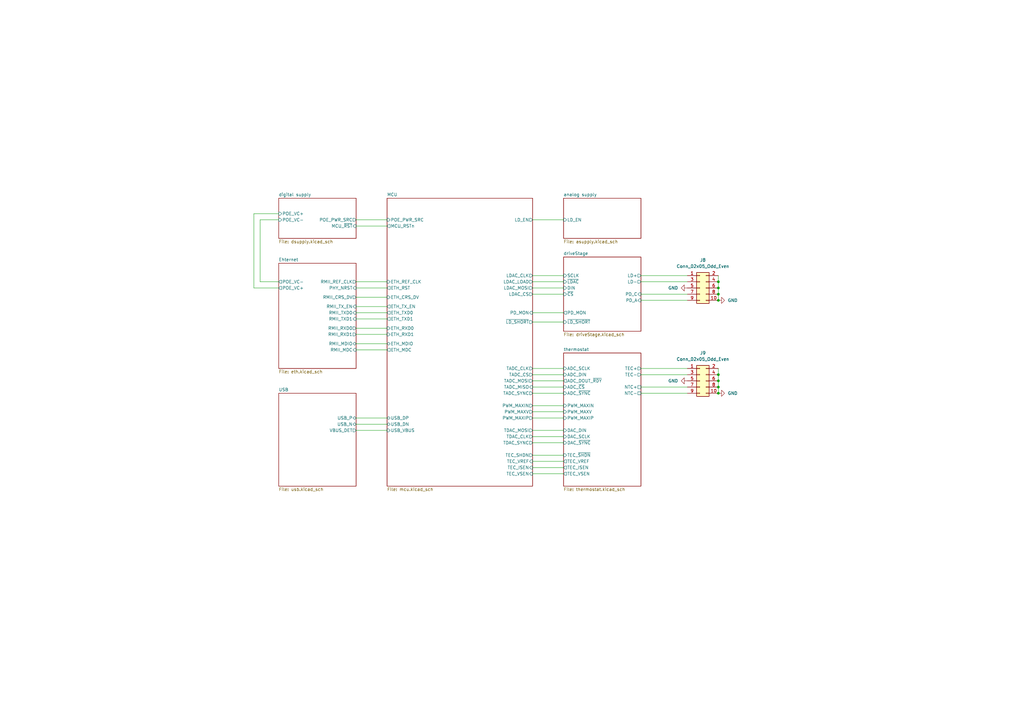
<source format=kicad_sch>
(kicad_sch (version 20211123) (generator eeschema)
  (paper "A3")
  (title_block (title "Kirdy") (date "2022-07-03") (rev "r0.1") (company "M-Labs") (comment 1 "Alex Wong Tat Hang"))
  (lib_symbols
    (symbol "Connector_Generic:Conn_02x05_Odd_Even" (pin_names (offset 1.016) hide)
      (property "Reference" "J" (at 1.27 7.62 0))
      (property "Value" "Conn_02x05_Odd_Even" (at 1.27 -7.62 0))
      (symbol "Conn_02x05_Odd_Even_1_1"
        (rectangle (start -1.27 -4.953) (end 0 -5.207) (stroke (width 0.1524)))
        (rectangle (start -1.27 -2.413) (end 0 -2.667) (stroke (width 0.1524)))
        (rectangle (start -1.27 0.127) (end 0 -0.127) (stroke (width 0.1524)))
        (rectangle (start -1.27 2.667) (end 0 2.413) (stroke (width 0.1524)))
        (rectangle (start -1.27 5.207) (end 0 4.953) (stroke (width 0.1524)))
        (rectangle (start -1.27 6.35) (end 3.81 -6.35) (stroke (width 0.254)) (fill (type background)))
        (rectangle (start 3.81 -4.953) (end 2.54 -5.207) (stroke (width 0.1524)))
        (rectangle (start 3.81 -2.413) (end 2.54 -2.667) (stroke (width 0.1524)))
        (rectangle (start 3.81 0.127) (end 2.54 -0.127) (stroke (width 0.1524)))
        (rectangle (start 3.81 2.667) (end 2.54 2.413) (stroke (width 0.1524)))
        (rectangle (start 3.81 5.207) (end 2.54 4.953) (stroke (width 0.1524)))
        (pin passive line (at -5.08 5.08 0) (length 3.81) (name "Pin_1") (number "1"))
        (pin passive line (at 7.62 -5.08 180) (length 3.81) (name "Pin_10") (number "10"))
        (pin passive line (at 7.62 5.08 180) (length 3.81) (name "Pin_2") (number "2"))
        (pin passive line (at -5.08 2.54 0) (length 3.81) (name "Pin_3") (number "3"))
        (pin passive line (at 7.62 2.54 180) (length 3.81) (name "Pin_4") (number "4"))
        (pin passive line (at -5.08 0 0) (length 3.81) (name "Pin_5") (number "5"))
        (pin passive line (at 7.62 0 180) (length 3.81) (name "Pin_6") (number "6"))
        (pin passive line (at -5.08 -2.54 0) (length 3.81) (name "Pin_7") (number "7"))
        (pin passive line (at 7.62 -2.54 180) (length 3.81) (name "Pin_8") (number "8"))
        (pin passive line (at -5.08 -5.08 0) (length 3.81) (name "Pin_9") (number "9"))
      )
    )
    (symbol "power:GND" (power) (pin_names (offset 0))
      (property "Value" "GND" (at 0 -3.81 0))
      (symbol "GND_0_1"
        (polyline (pts (xy 0 0) (xy 0 -1.27) (xy 1.27 -1.27) (xy 0 -2.54) (xy -1.27 -1.27) (xy 0 -1.27)))
      )
      (symbol "GND_1_1"
        (pin power_in line (at 0 0 270) (length 0) hide (name "GND") (number "1"))
      )
    )
  )
  (junction (at 294.64 161.29))
  (junction (at 294.64 118.11))
  (junction (at 294.64 158.75))
  (junction (at 294.64 156.21))
  (junction (at 294.64 120.65))
  (junction (at 294.64 115.57))
  (junction (at 294.64 153.67))
  (junction (at 294.64 123.19))
  (wire (pts (xy 146.05 176.53) (xy 158.75 176.53)))
  (wire (pts (xy 294.64 153.67) (xy 294.64 156.21)))
  (wire (pts (xy 218.44 168.91) (xy 231.14 168.91)))
  (wire (pts (xy 218.44 176.53) (xy 231.14 176.53)))
  (wire (pts (xy 294.64 115.57) (xy 294.64 118.11)))
  (wire (pts (xy 146.05 125.73) (xy 158.75 125.73)))
  (wire (pts (xy 262.89 123.19) (xy 281.94 123.19)))
  (wire (pts (xy 218.44 151.13) (xy 231.14 151.13)))
  (wire (pts (xy 146.05 173.99) (xy 158.75 173.99)))
  (wire (pts (xy 218.44 161.29) (xy 231.14 161.29)))
  (wire (pts (xy 146.05 115.57) (xy 158.75 115.57)))
  (wire (pts (xy 218.44 90.17) (xy 231.14 90.17)))
  (wire (pts (xy 218.44 171.45) (xy 231.14 171.45)))
  (wire (pts (xy 146.05 140.97) (xy 158.75 140.97)))
  (wire (pts (xy 218.44 194.31) (xy 231.14 194.31)))
  (wire (pts (xy 218.44 153.67) (xy 231.14 153.67)))
  (wire (pts (xy 104.14 118.11) (xy 104.14 87.63)))
  (wire (pts (xy 218.44 166.37) (xy 231.14 166.37)))
  (wire (pts (xy 218.44 189.23) (xy 231.14 189.23)))
  (wire (pts (xy 218.44 179.07) (xy 231.14 179.07)))
  (wire (pts (xy 262.89 161.29) (xy 281.94 161.29)))
  (wire (pts (xy 146.05 121.92) (xy 158.75 121.92)))
  (wire (pts (xy 146.05 171.45) (xy 158.75 171.45)))
  (wire (pts (xy 262.89 113.03) (xy 281.94 113.03)))
  (wire (pts (xy 146.05 90.17) (xy 158.75 90.17)))
  (wire (pts (xy 294.64 118.11) (xy 294.64 120.65)))
  (wire (pts (xy 106.68 115.57) (xy 106.68 90.17)))
  (wire (pts (xy 146.05 130.81) (xy 158.75 130.81)))
  (wire (pts (xy 218.44 115.57) (xy 231.14 115.57)))
  (wire (pts (xy 262.89 120.65) (xy 281.94 120.65)))
  (wire (pts (xy 106.68 90.17) (xy 114.3 90.17)))
  (wire (pts (xy 146.05 118.11) (xy 158.75 118.11)))
  (wire (pts (xy 146.05 128.27) (xy 158.75 128.27)))
  (wire (pts (xy 294.64 158.75) (xy 294.64 161.29)))
  (wire (pts (xy 114.3 118.11) (xy 104.14 118.11)))
  (wire (pts (xy 262.89 158.75) (xy 281.94 158.75)))
  (wire (pts (xy 218.44 132.08) (xy 231.14 132.08)))
  (wire (pts (xy 146.05 134.62) (xy 158.75 134.62)))
  (wire (pts (xy 218.44 118.11) (xy 231.14 118.11)))
  (wire (pts (xy 294.64 120.65) (xy 294.64 123.19)))
  (wire (pts (xy 218.44 156.21) (xy 231.14 156.21)))
  (wire (pts (xy 218.44 128.27) (xy 231.14 128.27)))
  (wire (pts (xy 218.44 186.69) (xy 231.14 186.69)))
  (wire (pts (xy 218.44 181.61) (xy 231.14 181.61)))
  (wire (pts (xy 218.44 158.75) (xy 231.14 158.75)))
  (wire (pts (xy 294.64 113.03) (xy 294.64 115.57)))
  (wire (pts (xy 218.44 120.65) (xy 231.14 120.65)))
  (wire (pts (xy 104.14 87.63) (xy 114.3 87.63)))
  (wire (pts (xy 262.89 151.13) (xy 281.94 151.13)))
  (wire (pts (xy 114.3 115.57) (xy 106.68 115.57)))
  (wire (pts (xy 262.89 153.67) (xy 281.94 153.67)))
  (wire (pts (xy 294.64 156.21) (xy 294.64 158.75)))
  (wire (pts (xy 146.05 143.51) (xy 158.75 143.51)))
  (wire (pts (xy 262.89 115.57) (xy 281.94 115.57)))
  (wire (pts (xy 218.44 191.77) (xy 231.14 191.77)))
  (wire (pts (xy 146.05 92.71) (xy 158.75 92.71)))
  (wire (pts (xy 218.44 113.03) (xy 231.14 113.03)))
  (wire (pts (xy 294.64 151.13) (xy 294.64 153.67)))
  (wire (pts (xy 146.05 137.16) (xy 158.75 137.16)))
  (symbol (lib_id "Connector_Generic:Conn_02x05_Odd_Even") (at 287.02 156.21 0) (unit 1)
    (property "Reference" "J9" (at 288.29 144.78 0))
    (property "Value" "Conn_02x05_Odd_Even" (at 288.29 147.32 0))
    (property "Footprint" "Connector_PinHeader_2.54mm:PinHeader_2x05_P2.54mm_Vertical_SMD" (effects hide))
    (property "MFR_PN" "3020-10-0300-00" (effects hide))
    (property "MFR_PN_ALT" "SBH11-NBPC-D05-SM-BK" (effects hide))
  )
  (symbol (lib_id "power:GND") (at 294.64 161.29 90) (unit 1)
    (property "Reference" "#PWR0159" (effects hide))
    (property "Value" "GND" (at 298.45 161.2899 90) (effects (justify right)))
  )
  (symbol (lib_id "power:GND") (at 281.94 118.11 270) (unit 1)
    (property "Reference" "#PWR0156" (effects hide))
    (property "Value" "GND" (at 278.13 118.1099 90) (effects (justify right)))
  )
  (symbol (lib_id "power:GND") (at 294.64 123.19 90) (unit 1)
    (property "Reference" "#PWR0158" (effects hide))
    (property "Value" "GND" (at 298.45 123.1899 90) (effects (justify right)))
  )
  (symbol (lib_id "Connector_Generic:Conn_02x05_Odd_Even") (at 287.02 118.11 0) (unit 1)
    (property "Reference" "J8" (at 288.29 106.68 0))
    (property "Value" "Conn_02x05_Odd_Even" (at 288.29 109.22 0))
    (property "Footprint" "Connector_PinHeader_2.54mm:PinHeader_2x05_P2.54mm_Vertical_SMD" (effects hide))
    (property "MFR_PN" "3020-10-0300-00" (effects hide))
    (property "MFR_PN_ALT" "SBH11-NBPC-D05-SM-BK" (effects hide))
  )
  (symbol (lib_id "power:GND") (at 281.94 156.21 270) (unit 1)
    (property "Reference" "#PWR0157" (effects hide))
    (property "Value" "GND" (at 278.13 156.2099 90) (effects (justify right)))
  )
  (sheet (at 114.3 107.95) (size 31.75 43.18) (stroke (width 0.1524))
    (property "Sheet name" "Ehternet" (at 114.3 107.2384 0) (effects (justify left bottom)))
    (property "Sheet file" "eth.kicad_sch" (at 114.3 151.7146 0) (effects (justify left top)))
    (pin "RMII_MDIO" bidirectional (at 146.05 140.97 0))
    (pin "PHY_NRST" input (at 146.05 118.11 0))
    (pin "RMII_MDC" input (at 146.05 143.51 0))
    (pin "RMII_CRS_DV" output (at 146.05 121.92 0))
    (pin "RMII_TX_EN" input (at 146.05 125.73 0))
    (pin "RMII_TXD0" input (at 146.05 128.27 0))
    (pin "RMII_TXD1" input (at 146.05 130.81 0))
    (pin "RMII_RXD0" output (at 146.05 134.62 0))
    (pin "RMII_RXD1" output (at 146.05 137.16 0))
    (pin "POE_VC-" output (at 114.3 115.57 180))
    (pin "POE_VC+" output (at 114.3 118.11 180))
    (pin "RMII_REF_CLK" output (at 146.05 115.57 0))
  )
  (sheet (at 114.3 161.29) (size 31.75 38.1) (stroke (width 0.1524))
    (property "Sheet name" "USB" (at 114.3 160.5784 0) (effects (justify left bottom)))
    (property "Sheet file" "usb.kicad_sch" (at 114.3 199.9746 0) (effects (justify left top)))
    (pin "USB_N" bidirectional (at 146.05 173.99 0))
    (pin "USB_P" bidirectional (at 146.05 171.45 0))
    (pin "VBUS_DET" output (at 146.05 176.53 0))
  )
  (sheet (at 231.14 105.41) (size 31.75 30.48) (stroke (width 0.1524))
    (property "Sheet name" "driveStage" (at 231.14 104.6984 0) (effects (justify left bottom)))
    (property "Sheet file" "driveStage.kicad_sch" (at 231.14 136.4746 0) (effects (justify left top)))
    (pin "LD-" output (at 262.89 115.57 0))
    (pin "LD+" output (at 262.89 113.03 0))
    (pin "SCLK" input (at 231.14 113.03 180))
    (pin "DIN" input (at 231.14 118.11 180))
    (pin "~{LDAC}" input (at 231.14 115.57 180))
    (pin "~{CS}" input (at 231.14 120.65 180))
    (pin "PD_A" input (at 262.89 123.19 0))
    (pin "PD_C" input (at 262.89 120.65 0))
    (pin "PD_MON" output (at 231.14 128.27 180))
    (pin "~{LD_SHORT}" input (at 231.14 132.08 180))
  )
  (sheet (at 114.3 81.28) (size 31.75 16.51) (stroke (width 0.1524))
    (property "Sheet name" "digital supply" (at 114.3 80.5684 0) (effects (justify left bottom)))
    (property "Sheet file" "dsupply.kicad_sch" (at 114.3 98.3746 0) (effects (justify left top)))
    (pin "POE_VC-" input (at 114.3 90.17 180))
    (pin "MCU_~{RST}" input (at 146.05 92.71 0))
    (pin "POE_VC+" input (at 114.3 87.63 180))
    (pin "POE_PWR_SRC" output (at 146.05 90.17 0))
  )
  (sheet (at 231.14 144.78) (size 31.75 54.61) (stroke (width 0.1524))
    (property "Sheet name" "thermostat" (at 231.14 144.0684 0) (effects (justify left bottom)))
    (property "Sheet file" "thermostat.kicad_sch" (at 231.14 199.9746 0) (effects (justify left top)))
    (pin "TEC-" output (at 262.89 153.67 0))
    (pin "TEC+" output (at 262.89 151.13 0))
    (pin "NTC-" passive (at 262.89 161.29 0))
    (pin "NTC+" passive (at 262.89 158.75 0))
    (pin "DAC_~{SYNC}" input (at 231.14 181.61 180))
    (pin "DAC_SCLK" input (at 231.14 179.07 180))
    (pin "DAC_DIN" input (at 231.14 176.53 180))
    (pin "PWM_MAXV" input (at 231.14 168.91 180))
    (pin "ADC_SCLK" input (at 231.14 151.13 180))
    (pin "ADC_DIN" input (at 231.14 153.67 180))
    (pin "ADC_DOUT_~{RDY}" output (at 231.14 156.21 180))
    (pin "ADC_~{CS}" input (at 231.14 158.75 180))
    (pin "ADC_~{SYNC}" input (at 231.14 161.29 180))
    (pin "PWM_MAXIN" input (at 231.14 166.37 180))
    (pin "PWM_MAXIP" input (at 231.14 171.45 180))
    (pin "TEC_~{SHDN}" input (at 231.14 186.69 180))
    (pin "TEC_ISEN" output (at 231.14 191.77 180))
    (pin "TEC_VREF" output (at 231.14 189.23 180))
    (pin "TEC_VSEN" output (at 231.14 194.31 180))
  )
  (sheet (at 231.14 81.28) (size 31.75 16.51) (stroke (width 0.1524))
    (property "Sheet name" "analog supply" (at 231.14 80.5684 0) (effects (justify left bottom)))
    (property "Sheet file" "asupply.kicad_sch" (at 231.14 98.3746 0) (effects (justify left top)))
    (pin "LD_EN" input (at 231.14 90.17 180))
  )
  (sheet (at 158.75 81.28) (size 59.69 118.11) (stroke (width 0.1524))
    (property "Sheet name" "MCU" (at 158.75 80.5684 0) (effects (justify left bottom)))
    (property "Sheet file" "mcu.kicad_sch" (at 158.75 199.9746 0) (effects (justify left top)))
    (pin "ETH_RST" output (at 158.75 118.11 180))
    (pin "ETH_MDIO" bidirectional (at 158.75 140.97 180))
    (pin "PD_MON" input (at 218.44 128.27 0))
    (pin "TEC_SHDN" output (at 218.44 186.69 0))
    (pin "TEC_VREF" input (at 218.44 189.23 0))
    (pin "ETH_CRS_DV" input (at 158.75 121.92 180))
    (pin "USB_VBUS" input (at 158.75 176.53 180))
    (pin "TEC_ISEN" input (at 218.44 191.77 0))
    (pin "TEC_VSEN" input (at 218.44 194.31 0))
    (pin "USB_DP" bidirectional (at 158.75 171.45 180))
    (pin "USB_DN" bidirectional (at 158.75 173.99 180))
    (pin "TADC_CS" output (at 218.44 153.67 0))
    (pin "LDAC_CLK" output (at 218.44 113.03 0))
    (pin "ETH_TX_EN" output (at 158.75 125.73 180))
    (pin "ETH_TXD0" output (at 158.75 128.27 180))
    (pin "ETH_TXD1" output (at 158.75 130.81 180))
    (pin "LDAC_LOAD" output (at 218.44 115.57 0))
    (pin "POE_PWR_SRC" input (at 158.75 90.17 180))
    (pin "ETH_RXD0" input (at 158.75 134.62 180))
    (pin "ETH_RXD1" input (at 158.75 137.16 180))
    (pin "LDAC_MOSI" output (at 218.44 118.11 0))
    (pin "TADC_MOSI" output (at 218.44 156.21 0))
    (pin "TADC_MISO" input (at 218.44 158.75 0))
    (pin "PWM_MAXIP" output (at 218.44 171.45 0))
    (pin "ETH_MDC" output (at 158.75 143.51 180))
    (pin "LDAC_CS" output (at 218.44 120.65 0))
    (pin "TADC_SYNC" output (at 218.44 161.29 0))
    (pin "TDAC_CLK" output (at 218.44 179.07 0))
    (pin "TDAC_SYNC" output (at 218.44 181.61 0))
    (pin "TDAC_MOSI" output (at 218.44 176.53 0))
    (pin "PWM_MAXIN" output (at 218.44 166.37 0))
    (pin "PWM_MAXV" output (at 218.44 168.91 0))
    (pin "TADC_CLK" output (at 218.44 151.13 0))
    (pin "ETH_REF_CLK" input (at 158.75 115.57 180))
    (pin "MCU_RSTn" output (at 158.75 92.71 180))
    (pin "LD_EN" output (at 218.44 90.17 0))
    (pin "~{LD_SHORT}" output (at 218.44 132.08 0))
  )
)
</source>
